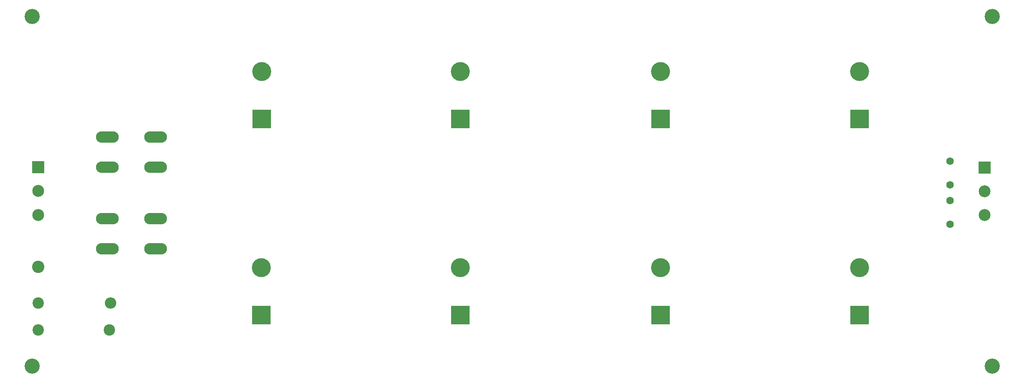
<source format=gbr>
G04 #@! TF.GenerationSoftware,KiCad,Pcbnew,(6.0.0-0)*
G04 #@! TF.CreationDate,2021-12-28T20:37:27+01:00*
G04 #@! TF.ProjectId,psu-mosfet-160w,7073752d-6d6f-4736-9665-742d31363077,rev?*
G04 #@! TF.SameCoordinates,Original*
G04 #@! TF.FileFunction,Soldermask,Bot*
G04 #@! TF.FilePolarity,Negative*
%FSLAX46Y46*%
G04 Gerber Fmt 4.6, Leading zero omitted, Abs format (unit mm)*
G04 Created by KiCad (PCBNEW (6.0.0-0)) date 2021-12-28 20:37:27*
%MOMM*%
%LPD*%
G01*
G04 APERTURE LIST*
%ADD10C,2.400000*%
%ADD11R,4.000000X4.000000*%
%ADD12C,4.000000*%
%ADD13O,4.800600X2.400300*%
%ADD14R,2.500000X2.500000*%
%ADD15C,2.500000*%
%ADD16C,2.600000*%
%ADD17O,2.400000X2.400000*%
%ADD18C,1.600000*%
%ADD19C,3.200000*%
G04 APERTURE END LIST*
D10*
X26416000Y-94742000D03*
X41416000Y-94742000D03*
D11*
X73533000Y-50292000D03*
D12*
X73533000Y-40292000D03*
D11*
X73406000Y-91567000D03*
D12*
X73406000Y-81567000D03*
D11*
X115316000Y-50292000D03*
D12*
X115316000Y-40292000D03*
D11*
X115316000Y-91567000D03*
D12*
X115316000Y-81567000D03*
D13*
X41021000Y-71247000D03*
X51181000Y-71247000D03*
X41021000Y-77597000D03*
X51181000Y-77597000D03*
X51181000Y-54102000D03*
X41021000Y-54102000D03*
X51181000Y-60452000D03*
X41021000Y-60452000D03*
D14*
X26416000Y-60452000D03*
D15*
X26416000Y-65452000D03*
X26416000Y-70452000D03*
D16*
X26416000Y-81407000D03*
D10*
X26416000Y-89027000D03*
D17*
X41656000Y-89027000D03*
D18*
X218440000Y-59182000D03*
X218440000Y-64182000D03*
X218440000Y-67437000D03*
X218440000Y-72437000D03*
D19*
X227330000Y-28702000D03*
X227330000Y-102362000D03*
X25146000Y-102362000D03*
X25146000Y-28702000D03*
D14*
X225760000Y-60532000D03*
D15*
X225760000Y-65532000D03*
X225760000Y-70532000D03*
D11*
X199390000Y-50291999D03*
D12*
X199390000Y-40291999D03*
D11*
X199390000Y-91567000D03*
D12*
X199390000Y-81567000D03*
D11*
X157480000Y-91567000D03*
D12*
X157480000Y-81567000D03*
D11*
X157480000Y-50291999D03*
D12*
X157480000Y-40291999D03*
M02*

</source>
